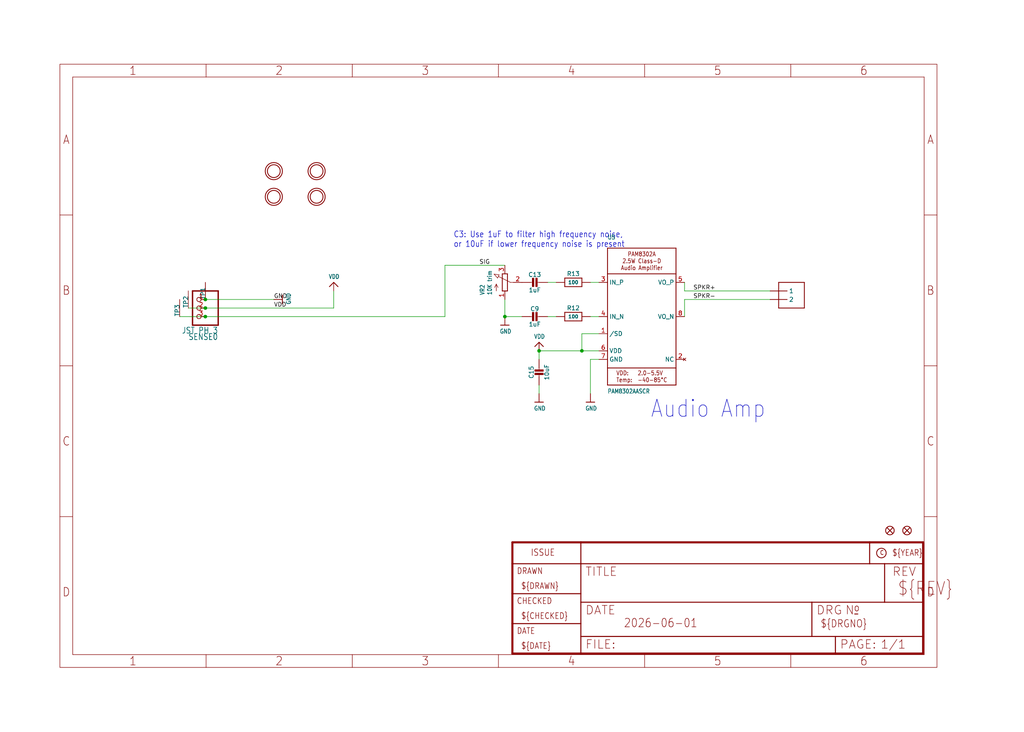
<source format=kicad_sch>
(kicad_sch (version 20230121) (generator eeschema)
  (paper "User" 303.962 217.322)
  (lib_symbols
    (symbol "working-eagle-import:AUDIOAMP_PAM8302A"
      (property "Reference" "U" (at -10.16 22.86 0))
      (symbol "AUDIOAMP_PAM8302A_1_0"
        (polyline (pts (xy -10.16 -20.32) (xy 10.16 -20.32)) (stroke (width 0.254)))
        (polyline (pts (xy -10.16 -15.24) (xy -10.16 -20.32)) (stroke (width 0.254)))
        (polyline (pts (xy -10.16 -15.24) (xy -10.16 12.7)) (stroke (width 0.254)))
        (polyline (pts (xy -10.16 12.7) (xy -10.16 20.32)) (stroke (width 0.254)))
        (polyline (pts (xy -10.16 12.7) (xy 10.16 12.7)) (stroke (width 0.254)))
        (polyline (pts (xy -10.16 20.32) (xy 10.16 20.32)) (stroke (width 0.254)))
        (polyline (pts (xy 10.16 -20.32) (xy 10.16 -15.24)) (stroke (width 0.254)))
        (polyline (pts (xy 10.16 -15.24) (xy -10.16 -15.24)) (stroke (width 0.254)))
        (polyline (pts (xy 10.16 12.7) (xy 10.16 -15.24)) (stroke (width 0.254)))
        (polyline (pts (xy 10.16 20.32) (xy 10.16 12.7)) (stroke (width 0.254)))
        (text "2.0-5.5V\n-40-85°C" (at -1.27 -17.78 0) (effects (font (size 1.27 1.0795)) (justify left)))
        (text "PAM8302A\n2.5W Class-D\nAudio Amplifier" (at 0 16.51 0) (effects (font (size 1.27 1.0795))))
        (text "VDD:\nTemp:" (at -7.62 -17.78 0) (effects (font (size 1.27 1.0795)) (justify left)))
        (pin input line (at -12.7 -5.08 0) (length 2.54) (name "/SD") (number "1"))
        (pin no_connect line (at 12.7 -12.7 180) (length 2.54) (name "NC") (number "2"))
        (pin input line (at -12.7 10.16 0) (length 2.54) (name "IN_P") (number "3"))
        (pin input line (at -12.7 0 0) (length 2.54) (name "IN_N") (number "4"))
        (pin output line (at 12.7 10.16 180) (length 2.54) (name "VO_P") (number "5"))
        (pin power_in line (at -12.7 -10.16 0) (length 2.54) (name "VDD") (number "6"))
        (pin power_in line (at -12.7 -12.7 0) (length 2.54) (name "GND") (number "7"))
        (pin output line (at 12.7 0 180) (length 2.54) (name "VO_N") (number "8"))
      )
    )
    (symbol "working-eagle-import:CAP_CERAMIC0603_NO"
      (property "Reference" "C" (at -2.29 1.25 90))
      (symbol "CAP_CERAMIC0603_NO_1_0"
        (rectangle (start -1.27 0.508) (end 1.27 1.016) (fill (type outline)))
        (rectangle (start -1.27 1.524) (end 1.27 2.032) (fill (type outline)))
        (polyline (pts (xy 0 0.762) (xy 0 0)) (stroke (width 0.1524)))
        (polyline (pts (xy 0 2.54) (xy 0 1.778)) (stroke (width 0.1524)))
        (pin passive line (at 0 5.08 270) (length 2.54) (name "1") (number "1"))
        (pin passive line (at 0 -2.54 90) (length 2.54) (name "2") (number "2"))
      )
    )
    (symbol "working-eagle-import:CAP_CERAMIC0805-NOOUTLINE"
      (property "Reference" "C" (at -2.29 1.25 90))
      (symbol "CAP_CERAMIC0805-NOOUTLINE_1_0"
        (rectangle (start -1.27 0.508) (end 1.27 1.016) (fill (type outline)))
        (rectangle (start -1.27 1.524) (end 1.27 2.032) (fill (type outline)))
        (polyline (pts (xy 0 0.762) (xy 0 0)) (stroke (width 0.1524)))
        (polyline (pts (xy 0 2.54) (xy 0 1.778)) (stroke (width 0.1524)))
        (pin passive line (at 0 5.08 270) (length 2.54) (name "1") (number "1"))
        (pin passive line (at 0 -2.54 90) (length 2.54) (name "2") (number "2"))
      )
    )
    (symbol "working-eagle-import:CON_JST_PH_3PIN"
      (property "Reference" "X" (at -6.35 5.715 0))
      (symbol "CON_JST_PH_3PIN_1_0"
        (polyline (pts (xy -6.35 -5.08) (xy 1.27 -5.08)) (stroke (width 0.4064)))
        (polyline (pts (xy -6.35 5.08) (xy -6.35 -5.08)) (stroke (width 0.4064)))
        (polyline (pts (xy 1.27 -5.08) (xy 1.27 5.08)) (stroke (width 0.4064)))
        (polyline (pts (xy 1.27 5.08) (xy -6.35 5.08)) (stroke (width 0.4064)))
        (pin passive inverted (at -2.54 2.54 0) (length 2.54) (name "1") (number "1"))
        (pin passive inverted (at -2.54 0 0) (length 2.54) (name "2") (number "2"))
        (pin passive inverted (at -2.54 -2.54 0) (length 2.54) (name "3") (number "3"))
      )
    )
    (symbol "working-eagle-import:CON_MOLEX_2P"
      (symbol "CON_MOLEX_2P_1_0"
        (polyline (pts (xy -2.54 -2.54) (xy 5.08 -2.54)) (stroke (width 0.254)))
        (polyline (pts (xy -2.54 5.08) (xy -2.54 -2.54)) (stroke (width 0.254)))
        (polyline (pts (xy 5.08 -2.54) (xy 5.08 5.08)) (stroke (width 0.254)))
        (polyline (pts (xy 5.08 5.08) (xy -2.54 5.08)) (stroke (width 0.254)))
        (pin passive line (at -5.08 2.54 0) (length 5.08) (name "1") (number "1"))
        (pin passive line (at -5.08 0 0) (length 5.08) (name "2") (number "2"))
      )
      (symbol "CON_MOLEX_2P_2_0"
        (pin bidirectional line (at 0 0 0) (length 5.08) (name "MT") (number "M1"))
      )
      (symbol "CON_MOLEX_2P_3_0"
        (pin bidirectional line (at 0 0 0) (length 5.08) (name "MT") (number "M2"))
      )
    )
    (symbol "working-eagle-import:FIDUCIAL_1MM"
      (symbol "FIDUCIAL_1MM_1_0"
        (polyline (pts (xy -0.762 0.762) (xy 0.762 -0.762)) (stroke (width 0.254)))
        (polyline (pts (xy 0.762 0.762) (xy -0.762 -0.762)) (stroke (width 0.254)))
        (circle (center 0 0) (radius 1.27) (stroke (width 0.254)))
      )
    )
    (symbol "working-eagle-import:FRAME_A4"
      (symbol "FRAME_A4_1_0"
        (polyline (pts (xy 0 44.7675) (xy 3.81 44.7675)))
        (polyline (pts (xy 0 89.535) (xy 3.81 89.535)))
        (polyline (pts (xy 0 134.3025) (xy 3.81 134.3025)))
        (polyline (pts (xy 3.81 3.81) (xy 3.81 175.26)))
        (polyline (pts (xy 43.3917 0) (xy 43.3917 3.81)))
        (polyline (pts (xy 43.3917 175.26) (xy 43.3917 179.07)))
        (polyline (pts (xy 86.7833 0) (xy 86.7833 3.81)))
        (polyline (pts (xy 86.7833 175.26) (xy 86.7833 179.07)))
        (polyline (pts (xy 130.175 0) (xy 130.175 3.81)))
        (polyline (pts (xy 130.175 175.26) (xy 130.175 179.07)))
        (polyline (pts (xy 173.5667 0) (xy 173.5667 3.81)))
        (polyline (pts (xy 173.5667 175.26) (xy 173.5667 179.07)))
        (polyline (pts (xy 216.9583 0) (xy 216.9583 3.81)))
        (polyline (pts (xy 216.9583 175.26) (xy 216.9583 179.07)))
        (polyline (pts (xy 256.54 3.81) (xy 3.81 3.81)))
        (polyline (pts (xy 256.54 3.81) (xy 256.54 8.89)) (stroke (width 0.1016)))
        (polyline (pts (xy 256.54 3.81) (xy 256.54 175.26)))
        (polyline (pts (xy 256.54 8.89) (xy 256.54 13.97)) (stroke (width 0.1016)))
        (polyline (pts (xy 256.54 13.97) (xy 256.54 19.05)) (stroke (width 0.1016)))
        (polyline (pts (xy 256.54 19.05) (xy 256.54 36.83)) (stroke (width 0.1016)))
        (polyline (pts (xy 256.54 44.7675) (xy 260.35 44.7675)))
        (polyline (pts (xy 256.54 89.535) (xy 260.35 89.535)))
        (polyline (pts (xy 256.54 134.3025) (xy 260.35 134.3025)))
        (polyline (pts (xy 256.54 175.26) (xy 3.81 175.26)))
        (polyline (pts (xy 0 0) (xy 260.35 0) (xy 260.35 179.07) (xy 0 179.07) (xy 0 0)))
        (text "1" (at 21.6958 1.905 0) (effects (font (size 2.54 2.286))))
        (text "1" (at 21.6958 177.165 0) (effects (font (size 2.54 2.286))))
        (text "2" (at 65.0875 1.905 0) (effects (font (size 2.54 2.286))))
        (text "2" (at 65.0875 177.165 0) (effects (font (size 2.54 2.286))))
        (text "3" (at 108.4792 1.905 0) (effects (font (size 2.54 2.286))))
        (text "3" (at 108.4792 177.165 0) (effects (font (size 2.54 2.286))))
        (text "4" (at 151.8708 1.905 0) (effects (font (size 2.54 2.286))))
        (text "4" (at 151.8708 177.165 0) (effects (font (size 2.54 2.286))))
        (text "5" (at 195.2625 1.905 0) (effects (font (size 2.54 2.286))))
        (text "5" (at 195.2625 177.165 0) (effects (font (size 2.54 2.286))))
        (text "6" (at 238.6542 1.905 0) (effects (font (size 2.54 2.286))))
        (text "6" (at 238.6542 177.165 0) (effects (font (size 2.54 2.286))))
        (text "A" (at 1.905 156.6863 0) (effects (font (size 2.54 2.286))))
        (text "A" (at 258.445 156.6863 0) (effects (font (size 2.54 2.286))))
        (text "B" (at 1.905 111.9188 0) (effects (font (size 2.54 2.286))))
        (text "B" (at 258.445 111.9188 0) (effects (font (size 2.54 2.286))))
        (text "C" (at 1.905 67.1513 0) (effects (font (size 2.54 2.286))))
        (text "C" (at 258.445 67.1513 0) (effects (font (size 2.54 2.286))))
        (text "D" (at 1.905 22.3838 0) (effects (font (size 2.54 2.286))))
        (text "D" (at 258.445 22.3838 0) (effects (font (size 2.54 2.286))))
      )
      (symbol "FRAME_A4_2_0"
        (polyline (pts (xy -0.3048 1.5748) (xy 20.0152 1.5748)) (stroke (width 0.6096)))
        (polyline (pts (xy -0.3048 10.4648) (xy -0.3048 1.5748)) (stroke (width 0.6096)))
        (polyline (pts (xy -0.3048 10.4648) (xy 20.0152 10.4648)) (stroke (width 0.3048)))
        (polyline (pts (xy -0.3048 19.3548) (xy -0.3048 10.4648)) (stroke (width 0.6096)))
        (polyline (pts (xy -0.3048 19.3548) (xy 20.0152 19.3548)) (stroke (width 0.3048)))
        (polyline (pts (xy -0.3048 28.2448) (xy -0.3048 19.3548)) (stroke (width 0.6096)))
        (polyline (pts (xy -0.3048 28.2448) (xy 20.0152 28.2448)) (stroke (width 0.3048)))
        (polyline (pts (xy -0.3048 34.5948) (xy -0.3048 28.2448)) (stroke (width 0.6096)))
        (polyline (pts (xy 20.0152 1.5748) (xy 20.0152 6.6548)) (stroke (width 0.3048)))
        (polyline (pts (xy 20.0152 1.5748) (xy 95.5802 1.5748)) (stroke (width 0.6096)))
        (polyline (pts (xy 20.0152 6.6548) (xy 20.0152 10.4648)) (stroke (width 0.3048)))
        (polyline (pts (xy 20.0152 6.6548) (xy 88.5952 6.6548)) (stroke (width 0.3048)))
        (polyline (pts (xy 20.0152 10.4648) (xy 20.0152 16.8148)) (stroke (width 0.3048)))
        (polyline (pts (xy 20.0152 16.8148) (xy 20.0152 19.3548)) (stroke (width 0.3048)))
        (polyline (pts (xy 20.0152 19.3548) (xy 20.0152 28.2448)) (stroke (width 0.3048)))
        (polyline (pts (xy 20.0152 28.2448) (xy 20.0152 34.5948)) (stroke (width 0.3048)))
        (polyline (pts (xy 20.0152 28.2448) (xy 105.7402 28.2448)) (stroke (width 0.3048)))
        (polyline (pts (xy 20.0152 34.5948) (xy -0.3048 34.5948)) (stroke (width 0.6096)))
        (polyline (pts (xy 88.5952 6.6548) (xy 95.5802 6.6548)) (stroke (width 0.3048)))
        (polyline (pts (xy 88.5952 16.8148) (xy 20.0152 16.8148)) (stroke (width 0.3048)))
        (polyline (pts (xy 88.5952 16.8148) (xy 88.5952 6.6548)) (stroke (width 0.3048)))
        (polyline (pts (xy 95.5802 1.5748) (xy 121.6152 1.5748)) (stroke (width 0.6096)))
        (polyline (pts (xy 95.5802 6.6548) (xy 95.5802 1.5748)) (stroke (width 0.3048)))
        (polyline (pts (xy 95.5802 6.6548) (xy 121.6152 6.6548)) (stroke (width 0.3048)))
        (polyline (pts (xy 101.2952 13.3223) (xy 102.2477 13.3223)) (stroke (width 0.254)))
        (polyline (pts (xy 105.7402 28.2448) (xy 105.7402 34.5948)) (stroke (width 0.3048)))
        (polyline (pts (xy 105.7402 28.2448) (xy 110.1852 28.2448)) (stroke (width 0.3048)))
        (polyline (pts (xy 105.7402 34.5948) (xy 20.0152 34.5948)) (stroke (width 0.6096)))
        (polyline (pts (xy 110.1852 16.8148) (xy 88.5952 16.8148)) (stroke (width 0.3048)))
        (polyline (pts (xy 110.1852 28.2448) (xy 110.1852 16.8148)) (stroke (width 0.3048)))
        (polyline (pts (xy 110.1852 28.2448) (xy 121.6152 28.2448)) (stroke (width 0.3048)))
        (polyline (pts (xy 121.6152 6.6548) (xy 121.6152 1.5748)) (stroke (width 0.6096)))
        (polyline (pts (xy 121.6152 16.8148) (xy 110.1852 16.8148)) (stroke (width 0.3048)))
        (polyline (pts (xy 121.6152 16.8148) (xy 121.6152 6.6548)) (stroke (width 0.6096)))
        (polyline (pts (xy 121.6152 28.2448) (xy 121.6152 16.8148)) (stroke (width 0.6096)))
        (polyline (pts (xy 121.6152 34.5948) (xy 105.7402 34.5948)) (stroke (width 0.6096)))
        (polyline (pts (xy 121.6152 34.5948) (xy 121.6152 28.2448)) (stroke (width 0.6096)))
        (circle (center 109.2327 31.4198) (radius 1.4199) (stroke (width 0.254)))
        (text "${#}/${##}" (at 108.9152 2.8448 0) (effects (font (size 2.54 2.54)) (justify left bottom)))
        (text "${CHECKED}" (at 2.2352 11.7348 0) (effects (font (size 1.778 1.5113)) (justify left bottom)))
        (text "${COMPANY}" (at 23.349 29.6735 0) (effects (font (size 3.175 2.6987) (thickness 0.5397) bold) (justify left bottom)))
        (text "${CURRENT_DATE}" (at 32.7152 9.1948 0) (effects (font (size 2.54 2.159)) (justify left bottom)))
        (text "${DATE}" (at 2.2352 2.8448 0) (effects (font (size 1.778 1.5113)) (justify left bottom)))
        (text "${DRAWN}" (at 2.2352 20.6248 0) (effects (font (size 1.778 1.5113)) (justify left bottom)))
        (text "${DRGNO}" (at 91.1352 9.1948 0) (effects (font (size 2.1844 1.8567)) (justify left bottom)))
        (text "${PROJECTNAME}" (at 33.0327 2.8448 0) (effects (font (size 2.54 2.159)) (justify left bottom)))
        (text "${REV}" (at 113.9952 18.7198 0) (effects (font (size 3.81 3.2385)) (justify left bottom)))
        (text "${YEAR}" (at 112.4077 30.4673 0) (effects (font (size 1.778 1.5113)) (justify left bottom)))
        (text "C" (at 108.7564 30.7848 0) (effects (font (size 1.27 1.0795)) (justify left bottom)))
        (text "CHECKED" (at 0.9652 16.1798 0) (effects (font (size 1.778 1.5113)) (justify left bottom)))
        (text "DATE" (at 0.9652 7.2898 0) (effects (font (size 1.778 1.5113)) (justify left bottom)))
        (text "DATE" (at 21.2852 13.0048 0) (effects (font (size 2.54 2.54)) (justify left bottom)))
        (text "DRAWN" (at 0.9652 25.0698 0) (effects (font (size 1.778 1.5113)) (justify left bottom)))
        (text "DRG" (at 89.8652 13.0048 0) (effects (font (size 2.54 2.54)) (justify left bottom)))
        (text "FILE:" (at 21.2852 2.8448 0) (effects (font (size 2.54 2.54)) (justify left bottom)))
        (text "ISSUE" (at 5.0927 30.4673 0) (effects (font (size 1.9304 1.6408)) (justify left bottom)))
        (text "N" (at 98.4377 13.0048 0) (effects (font (size 2.54 2.54)) (justify left bottom)))
        (text "o" (at 100.9777 13.9573 0) (effects (font (size 2.1844 1.8567)) (justify left bottom)))
        (text "PAGE:" (at 96.8502 2.8448 0) (effects (font (size 2.54 2.54)) (justify left bottom)))
        (text "REV" (at 112.4077 24.4348 0) (effects (font (size 2.54 2.54)) (justify left bottom)))
        (text "TITLE" (at 21.2852 24.4348 0) (effects (font (size 2.54 2.54)) (justify left bottom)))
      )
    )
    (symbol "working-eagle-import:GND" (power)
      (property "Value" "GND" (at -1.524 -2.54 0))
      (symbol "GND_1_0"
        (polyline (pts (xy -1.27 0) (xy 1.27 0)) (stroke (width 0.254)))
        (pin power_in line (at 0 2.54 270) (length 2.54) (name "GND") (number "1"))
      )
    )
    (symbol "working-eagle-import:MOUNTINGHOLE2.0"
      (symbol "MOUNTINGHOLE2.0_1_0"
        (circle (center 0 0) (radius 1.905) (stroke (width 0.254)))
        (circle (center 0 0) (radius 2.54) (stroke (width 0.254)))
      )
    )
    (symbol "working-eagle-import:RESISTOR_0603_NOOUT"
      (property "Reference" "R" (at 0 2.54 0))
      (symbol "RESISTOR_0603_NOOUT_1_0"
        (polyline (pts (xy -2.54 -1.27) (xy -2.54 1.27)) (stroke (width 0.254)))
        (polyline (pts (xy -2.54 1.27) (xy 2.54 1.27)) (stroke (width 0.254)))
        (polyline (pts (xy 2.54 -1.27) (xy -2.54 -1.27)) (stroke (width 0.254)))
        (polyline (pts (xy 2.54 1.27) (xy 2.54 -1.27)) (stroke (width 0.254)))
        (pin passive line (at -5.08 0 0) (length 2.54) (name "1") (number "1"))
        (pin passive line (at 5.08 0 180) (length 2.54) (name "2") (number "2"))
      )
    )
    (symbol "working-eagle-import:SEWTAPPCB_ALLIGATOR"
      (property "Reference" "TP" (at 0 0 0))
      (symbol "SEWTAPPCB_ALLIGATOR_1_0"
        (pin bidirectional line (at 0 0 0) (length 5.08) (name "SEW") (number "P$1"))
      )
    )
    (symbol "working-eagle-import:TRIMPOT3303W/X"
      (property "Reference" "VR" (at -5.969 -3.81 90))
      (symbol "TRIMPOT3303W/X_1_0"
        (polyline (pts (xy -3.1989 2.4495) (xy -1.7018 2.2352)) (stroke (width 0.1524)))
        (polyline (pts (xy -2.54 -2.54) (xy -2.54 -0.508)) (stroke (width 0.1524)))
        (polyline (pts (xy -2.54 -0.508) (xy -3.048 -1.524)) (stroke (width 0.1524)))
        (polyline (pts (xy -2.54 -0.508) (xy -2.032 -1.524)) (stroke (width 0.1524)))
        (polyline (pts (xy -2.1597 1.2939) (xy -3.1989 2.4495)) (stroke (width 0.1524)))
        (polyline (pts (xy -2.1597 1.2939) (xy -1.7018 2.2352)) (stroke (width 0.1524)))
        (polyline (pts (xy -0.762 -2.54) (xy 0.762 -2.54)) (stroke (width 0.254)))
        (polyline (pts (xy -0.762 2.54) (xy -0.762 -2.54)) (stroke (width 0.254)))
        (polyline (pts (xy 0.762 -2.54) (xy 0.762 2.54)) (stroke (width 0.254)))
        (polyline (pts (xy 0.762 2.54) (xy -0.762 2.54)) (stroke (width 0.254)))
        (polyline (pts (xy 1.651 0) (xy -1.8796 1.7526)) (stroke (width 0.1524)))
        (polyline (pts (xy 2.54 0) (xy 1.651 0)) (stroke (width 0.1524)))
        (pin passive line (at 0 -5.08 90) (length 2.54) (name "A") (number "1"))
        (pin passive line (at 5.08 0 180) (length 2.54) (name "S") (number "2"))
        (pin passive line (at 0 5.08 270) (length 2.54) (name "E") (number "3"))
      )
    )
    (symbol "working-eagle-import:VDD" (power)
      (property "Value" "VDD" (at -1.524 1.016 0))
      (symbol "VDD_1_0"
        (polyline (pts (xy -1.27 -1.27) (xy 0 0)) (stroke (width 0.254)))
        (polyline (pts (xy 0 0) (xy 1.27 -1.27)) (stroke (width 0.254)))
        (pin power_in line (at 0 -2.54 90) (length 2.54) (name "VDD") (number "1"))
      )
    )
  )
  (junction (at 60.96 91.44))
  (junction (at 60.96 93.98))
  (junction (at 149.86 93.98))
  (junction (at 160.02 104.14))
  (junction (at 60.96 88.9))
  (junction (at 172.72 104.14))
  (wire (pts (xy 60.96 93.98) (xy 53.34 93.98)) (stroke (width 0.1524)))
  (wire (pts (xy 177.8 106.68) (xy 175.26 106.68)) (stroke (width 0.1524)))
  (wire (pts (xy 177.8 83.82) (xy 175.26 83.82)) (stroke (width 0.1524)))
  (wire (pts (xy 177.8 93.98) (xy 175.26 93.98)) (stroke (width 0.1524)))
  (wire (pts (xy 160.02 114.3) (xy 160.02 116.84)) (stroke (width 0.1524)))
  (wire (pts (xy 203.2 88.9) (xy 228.6 88.9)) (stroke (width 0.1524)))
  (wire (pts (xy 60.96 93.98) (xy 132.08 93.98)) (stroke (width 0.1524)))
  (wire (pts (xy 203.2 86.36) (xy 228.6 86.36)) (stroke (width 0.1524)))
  (wire (pts (xy 175.26 106.68) (xy 175.26 116.84)) (stroke (width 0.1524)))
  (wire (pts (xy 60.96 91.44) (xy 55.88 91.44)) (stroke (width 0.1524)))
  (wire (pts (xy 203.2 88.9) (xy 203.2 93.98)) (stroke (width 0.1524)))
  (wire (pts (xy 132.08 78.74) (xy 149.86 78.74)) (stroke (width 0.1524)))
  (wire (pts (xy 154.94 93.98) (xy 149.86 93.98)) (stroke (width 0.1524)))
  (wire (pts (xy 60.96 88.9) (xy 81.28 88.9)) (stroke (width 0.1524)))
  (wire (pts (xy 162.56 83.82) (xy 165.1 83.82)) (stroke (width 0.1524)))
  (wire (pts (xy 177.8 99.06) (xy 172.72 99.06)) (stroke (width 0.1524)))
  (wire (pts (xy 99.06 91.44) (xy 60.96 91.44)) (stroke (width 0.1524)))
  (wire (pts (xy 203.2 86.36) (xy 203.2 83.82)) (stroke (width 0.1524)))
  (wire (pts (xy 177.8 104.14) (xy 172.72 104.14)) (stroke (width 0.1524)))
  (wire (pts (xy 160.02 104.14) (xy 160.02 106.68)) (stroke (width 0.1524)))
  (wire (pts (xy 149.86 93.98) (xy 149.86 88.9)) (stroke (width 0.1524)))
  (wire (pts (xy 172.72 104.14) (xy 160.02 104.14)) (stroke (width 0.1524)))
  (wire (pts (xy 99.06 91.44) (xy 99.06 86.36)) (stroke (width 0.1524)))
  (wire (pts (xy 165.1 93.98) (xy 162.56 93.98)) (stroke (width 0.1524)))
  (wire (pts (xy 132.08 93.98) (xy 132.08 78.74)) (stroke (width 0.1524)))
  (wire (pts (xy 172.72 99.06) (xy 172.72 104.14)) (stroke (width 0.1524)))
  (text "C3: Use 1uF to filter high frequency noise,\nor 10uF if lower frequency noise is present" (at 134.62 73.66 0) (effects (font (size 1.778 1.5113)) (justify left bottom)))
  (text "Audio Amp" (at 193.04 124.46 0) (effects (font (size 5.08 4.318)) (justify left bottom)))
  (label "VDD" (at 81.28 91.44 0) (effects (font (size 1.2446 1.2446))))
  (label "SPKR-" (at 205.74 88.9 0) (effects (font (size 1.2446 1.2446))))
  (label "SPKR+" (at 205.74 86.36 0) (effects (font (size 1.2446 1.2446))))
  (label "GND" (at 81.28 88.9 0) (effects (font (size 1.2446 1.2446))))
  (label "SIG" (at 142.24 78.74 0) (effects (font (size 1.2446 1.2446))))
  (symbol (lib_id "working-eagle-import:RESISTOR_0603_NOOUT") (at 170.18 93.98 0) (unit 1)
    (property "Reference" "R12" (at 170.18 91.44 0))
    (property "Value" "100" (at 170.18 93.98 0) (effects (font (size 1.016 1.016) bold)))
    (property "Footprint" "working:0603-NO" (effects hide))
  )
  (symbol (lib_id "working-eagle-import:SEWTAPPCB_ALLIGATOR") (at 60.96 88.9 90) (unit 1)
    (property "Reference" "TP1" (at 60.96 88.9 0) (effects (justify left bottom)))
    (property "Value" "SEWTAPPCB_ALLIGATOR" (effects hide))
    (property "Footprint" "working:PCB_ALLI" (effects hide))
  )
  (symbol (lib_id "working-eagle-import:GND") (at 83.82 88.9 90) (unit 1)
    (property "Reference" "#U$7" (effects hide))
    (property "Value" "GND" (at 86.36 90.424 0) (effects (font (size 1.27 1.0795)) (justify left bottom)))
  )
  (symbol (lib_id "working-eagle-import:MOUNTINGHOLE2.0") (at 81.28 50.8 0) (unit 1)
    (property "Reference" "U$11" (effects hide))
    (property "Value" "MOUNTINGHOLE2.0" (effects hide))
    (property "Footprint" "working:MOUNTINGHOLE_2.0_PLATED" (effects hide))
  )
  (symbol (lib_id "working-eagle-import:CAP_CERAMIC0805-NOOUTLINE") (at 160.02 111.76 0) (unit 1)
    (property "Reference" "C15" (at 157.73 110.51 90))
    (property "Value" "10uF" (at 162.32 110.51 90))
    (property "Footprint" "working:0805-NO" (effects hide))
  )
  (symbol (lib_id "working-eagle-import:TRIMPOT3303W/X") (at 149.86 83.82 0) (unit 1)
    (property "Reference" "VR2" (at 143.891 87.63 90) (effects (font (size 1.27 1.0795)) (justify left bottom)))
    (property "Value" "10K trim" (at 146.05 87.63 90) (effects (font (size 1.27 1.0795)) (justify left bottom)))
    (property "Footprint" "working:TRIMPOT_BOURNS_3303W" (effects hide))
  )
  (symbol (lib_id "working-eagle-import:GND") (at 160.02 119.38 0) (unit 1)
    (property "Reference" "#U$45" (effects hide))
    (property "Value" "GND" (at 158.496 121.92 0) (effects (font (size 1.27 1.0795)) (justify left bottom)))
  )
  (symbol (lib_id "working-eagle-import:GND") (at 149.86 96.52 0) (unit 1)
    (property "Reference" "#U$48" (effects hide))
    (property "Value" "GND" (at 148.336 99.06 0) (effects (font (size 1.27 1.0795)) (justify left bottom)))
  )
  (symbol (lib_id "working-eagle-import:MOUNTINGHOLE2.0") (at 93.98 58.42 0) (unit 1)
    (property "Reference" "U$12" (effects hide))
    (property "Value" "MOUNTINGHOLE2.0" (effects hide))
    (property "Footprint" "working:MOUNTINGHOLE_2.0_PLATED" (effects hide))
  )
  (symbol (lib_id "working-eagle-import:FIDUCIAL_1MM") (at 264.16 157.48 0) (unit 1)
    (property "Reference" "FID2" (effects hide))
    (property "Value" "FIDUCIAL_1MM" (effects hide))
    (property "Footprint" "working:FIDUCIAL_1MM" (effects hide))
  )
  (symbol (lib_id "working-eagle-import:CON_MOLEX_2P") (at 233.68 88.9 0) (unit 1)
    (property "Reference" "U$13" (effects hide))
    (property "Value" "CON_MOLEX_2P" (effects hide))
    (property "Footprint" "working:53398-0271" (effects hide))
  )
  (symbol (lib_id "working-eagle-import:FRAME_A4") (at 17.78 198.12 0) (unit 1)
    (property "Reference" "#FRAME1" (effects hide))
    (property "Value" "FRAME_A4" (effects hide))
  )
  (symbol (lib_id "working-eagle-import:FIDUCIAL_1MM") (at 269.24 157.48 0) (unit 1)
    (property "Reference" "FID1" (effects hide))
    (property "Value" "FIDUCIAL_1MM" (effects hide))
    (property "Footprint" "working:FIDUCIAL_1MM" (effects hide))
  )
  (symbol (lib_id "working-eagle-import:FRAME_A4") (at 152.4 195.58 0) (unit 2)
    (property "Reference" "#FRAME1" (effects hide))
    (property "Value" "FRAME_A4" (effects hide))
  )
  (symbol (lib_id "working-eagle-import:SEWTAPPCB_ALLIGATOR") (at 53.34 93.98 90) (unit 1)
    (property "Reference" "TP3" (at 53.34 93.98 0) (effects (justify left bottom)))
    (property "Value" "SEWTAPPCB_ALLIGATOR" (effects hide))
    (property "Footprint" "working:PCB_ALLI" (effects hide))
  )
  (symbol (lib_id "working-eagle-import:MOUNTINGHOLE2.0") (at 93.98 50.8 0) (unit 1)
    (property "Reference" "U$10" (effects hide))
    (property "Value" "MOUNTINGHOLE2.0" (effects hide))
    (property "Footprint" "working:MOUNTINGHOLE_2.0_PLATED" (effects hide))
  )
  (symbol (lib_id "working-eagle-import:VDD") (at 99.06 83.82 0) (unit 1)
    (property "Reference" "#U$2" (effects hide))
    (property "Value" "VDD" (at 97.536 82.804 0) (effects (font (size 1.27 1.0795)) (justify left bottom)))
  )
  (symbol (lib_id "working-eagle-import:GND") (at 175.26 119.38 0) (unit 1)
    (property "Reference" "#U$46" (effects hide))
    (property "Value" "GND" (at 173.736 121.92 0) (effects (font (size 1.27 1.0795)) (justify left bottom)))
  )
  (symbol (lib_id "working-eagle-import:CON_JST_PH_3PIN") (at 58.42 91.44 0) (mirror y) (unit 1)
    (property "Reference" "SENSE0" (at 64.77 100.965 0) (effects (font (size 1.778 1.5113)) (justify left bottom)))
    (property "Value" "JST PH 3" (at 64.77 99.06 0) (effects (font (size 1.778 1.5113)) (justify left bottom)))
    (property "Footprint" "working:JSTPH3" (effects hide))
  )
  (symbol (lib_id "working-eagle-import:VDD") (at 160.02 101.6 0) (unit 1)
    (property "Reference" "#U$8" (effects hide))
    (property "Value" "VDD" (at 158.496 100.584 0) (effects (font (size 1.27 1.0795)) (justify left bottom)))
  )
  (symbol (lib_id "working-eagle-import:MOUNTINGHOLE2.0") (at 81.28 58.42 0) (unit 1)
    (property "Reference" "U$9" (effects hide))
    (property "Value" "MOUNTINGHOLE2.0" (effects hide))
    (property "Footprint" "working:MOUNTINGHOLE_2.0_PLATED" (effects hide))
  )
  (symbol (lib_id "working-eagle-import:AUDIOAMP_PAM8302A") (at 190.5 93.98 0) (unit 1)
    (property "Reference" "U5" (at 180.34 71.12 0) (effects (font (size 1.27 1.0795)) (justify left bottom)))
    (property "Value" "PAM8302AASCR" (at 180.34 116.84 0) (effects (font (size 1.27 1.0795)) (justify left bottom)))
    (property "Footprint" "working:MSOP8_0.65MM" (effects hide))
  )
  (symbol (lib_id "working-eagle-import:SEWTAPPCB_ALLIGATOR") (at 55.88 91.44 90) (unit 1)
    (property "Reference" "TP2" (at 55.88 91.44 0) (effects (justify left bottom)))
    (property "Value" "SEWTAPPCB_ALLIGATOR" (effects hide))
    (property "Footprint" "working:PCB_ALLI" (effects hide))
  )
  (symbol (lib_id "working-eagle-import:CAP_CERAMIC0603_NO") (at 157.48 83.82 270) (unit 1)
    (property "Reference" "C13" (at 158.73 81.53 90))
    (property "Value" "1uF" (at 158.73 86.12 90))
    (property "Footprint" "working:0603-NO" (effects hide))
  )
  (symbol (lib_id "working-eagle-import:RESISTOR_0603_NOOUT") (at 170.18 83.82 0) (unit 1)
    (property "Reference" "R13" (at 170.18 81.28 0))
    (property "Value" "100" (at 170.18 83.82 0) (effects (font (size 1.016 1.016) bold)))
    (property "Footprint" "working:0603-NO" (effects hide))
  )
  (symbol (lib_id "working-eagle-import:CAP_CERAMIC0603_NO") (at 157.48 93.98 270) (unit 1)
    (property "Reference" "C9" (at 158.73 91.69 90))
    (property "Value" "1uF" (at 158.73 96.28 90))
    (property "Footprint" "working:0603-NO" (effects hide))
  )
)
</source>
